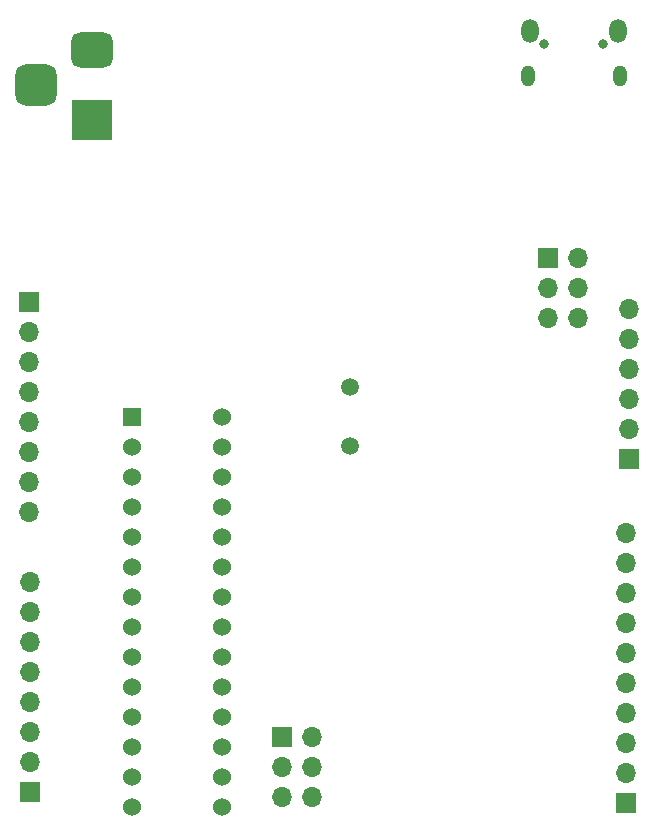
<source format=gbr>
%TF.GenerationSoftware,KiCad,Pcbnew,7.0.6*%
%TF.CreationDate,2024-03-19T20:52:53+13:00*%
%TF.ProjectId,Arduino Uno R3,41726475-696e-46f2-9055-6e6f2052332e,rev?*%
%TF.SameCoordinates,Original*%
%TF.FileFunction,Soldermask,Bot*%
%TF.FilePolarity,Negative*%
%FSLAX46Y46*%
G04 Gerber Fmt 4.6, Leading zero omitted, Abs format (unit mm)*
G04 Created by KiCad (PCBNEW 7.0.6) date 2024-03-19 20:52:53*
%MOMM*%
%LPD*%
G01*
G04 APERTURE LIST*
G04 Aperture macros list*
%AMRoundRect*
0 Rectangle with rounded corners*
0 $1 Rounding radius*
0 $2 $3 $4 $5 $6 $7 $8 $9 X,Y pos of 4 corners*
0 Add a 4 corners polygon primitive as box body*
4,1,4,$2,$3,$4,$5,$6,$7,$8,$9,$2,$3,0*
0 Add four circle primitives for the rounded corners*
1,1,$1+$1,$2,$3*
1,1,$1+$1,$4,$5*
1,1,$1+$1,$6,$7*
1,1,$1+$1,$8,$9*
0 Add four rect primitives between the rounded corners*
20,1,$1+$1,$2,$3,$4,$5,0*
20,1,$1+$1,$4,$5,$6,$7,0*
20,1,$1+$1,$6,$7,$8,$9,0*
20,1,$1+$1,$8,$9,$2,$3,0*%
G04 Aperture macros list end*
%ADD10C,1.500000*%
%ADD11R,1.524000X1.524000*%
%ADD12C,1.524000*%
%ADD13R,1.700000X1.700000*%
%ADD14O,1.700000X1.700000*%
%ADD15O,1.150000X1.800000*%
%ADD16O,1.450000X2.000000*%
%ADD17O,0.800000X0.800000*%
%ADD18RoundRect,0.875000X-0.875000X0.875000X-0.875000X-0.875000X0.875000X-0.875000X0.875000X0.875000X0*%
%ADD19RoundRect,0.750000X-1.000000X0.750000X-1.000000X-0.750000X1.000000X-0.750000X1.000000X0.750000X0*%
%ADD20R,3.500000X3.500000*%
G04 APERTURE END LIST*
D10*
%TO.C,Y3*%
X162433000Y-80438000D03*
X162433000Y-75438000D03*
%TD*%
D11*
%TO.C,U7*%
X144018000Y-77978000D03*
D12*
X144018000Y-80518000D03*
X144018000Y-83058000D03*
X144018000Y-85598000D03*
X144018000Y-88138000D03*
X144018000Y-90678000D03*
X144018000Y-93218000D03*
X144018000Y-95758000D03*
X144018000Y-98298000D03*
X144018000Y-100838000D03*
X144018000Y-103378000D03*
X144018000Y-105918000D03*
X144018000Y-108458000D03*
X144018000Y-110998000D03*
X151638000Y-110998000D03*
X151638000Y-108458000D03*
X151638000Y-105918000D03*
X151638000Y-103378000D03*
X151638000Y-100838000D03*
X151638000Y-98298000D03*
X151638000Y-95758000D03*
X151638000Y-93218000D03*
X151638000Y-90678000D03*
X151638000Y-88138000D03*
X151638000Y-85598000D03*
X151638000Y-83058000D03*
X151638000Y-80518000D03*
X151638000Y-77978000D03*
%TD*%
D13*
%TO.C,J8*%
X135382000Y-109728000D03*
D14*
X135382000Y-107188000D03*
X135382000Y-104648000D03*
X135382000Y-102108000D03*
X135382000Y-99568000D03*
X135382000Y-97028000D03*
X135382000Y-94488000D03*
X135382000Y-91948000D03*
%TD*%
%TO.C,J7*%
X185801000Y-87757000D03*
X185801000Y-90297000D03*
X185801000Y-92837000D03*
X185801000Y-95377000D03*
X185801000Y-97917000D03*
X185801000Y-100457000D03*
X185801000Y-102997000D03*
X185801000Y-105537000D03*
X185801000Y-108077000D03*
D13*
X185801000Y-110617000D03*
%TD*%
%TO.C,J6*%
X186055000Y-81534000D03*
D14*
X186055000Y-78994000D03*
X186055000Y-76454000D03*
X186055000Y-73914000D03*
X186055000Y-71374000D03*
X186055000Y-68834000D03*
%TD*%
D13*
%TO.C,J5*%
X135255000Y-68199000D03*
D14*
X135255000Y-70739000D03*
X135255000Y-73279000D03*
X135255000Y-75819000D03*
X135255000Y-78359000D03*
X135255000Y-80899000D03*
X135255000Y-83439000D03*
X135255000Y-85979000D03*
%TD*%
D13*
%TO.C,J4*%
X156718000Y-105029000D03*
D14*
X159258000Y-105029000D03*
X156718000Y-107569000D03*
X159258000Y-107569000D03*
X156718000Y-110109000D03*
X159258000Y-110109000D03*
%TD*%
D13*
%TO.C,J3*%
X179197000Y-64516000D03*
D14*
X181737000Y-64516000D03*
X179197000Y-67056000D03*
X181737000Y-67056000D03*
X179197000Y-69596000D03*
X181737000Y-69596000D03*
%TD*%
D15*
%TO.C,J2*%
X185271000Y-49105000D03*
X177521000Y-49105000D03*
D16*
X185121000Y-45305000D03*
X177671000Y-45305000D03*
D17*
X183896000Y-46355000D03*
X178896000Y-46355000D03*
%TD*%
D18*
%TO.C,J1*%
X135889000Y-49863000D03*
D19*
X140589000Y-46863000D03*
D20*
X140589000Y-52863000D03*
%TD*%
M02*

</source>
